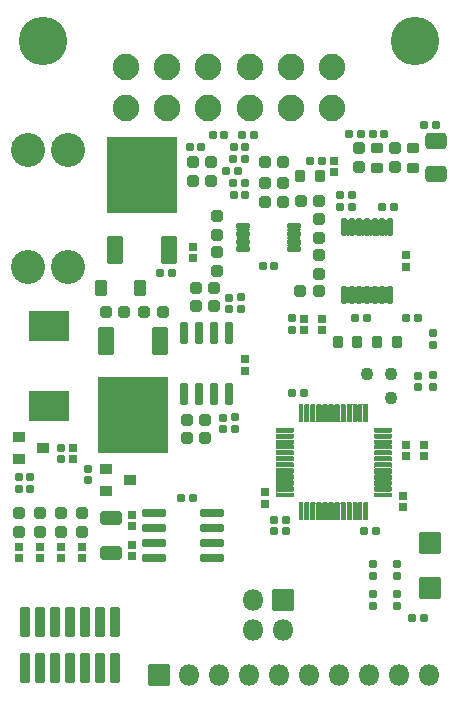
<source format=gts>
G04 #@! TF.GenerationSoftware,KiCad,Pcbnew,6.0.4-6f826c9f35~116~ubuntu18.04.1*
G04 #@! TF.CreationDate,2022-04-10T17:08:25+03:00*
G04 #@! TF.ProjectId,wideband_controller,77696465-6261-46e6-945f-636f6e74726f,rev?*
G04 #@! TF.SameCoordinates,Original*
G04 #@! TF.FileFunction,Soldermask,Top*
G04 #@! TF.FilePolarity,Negative*
%FSLAX46Y46*%
G04 Gerber Fmt 4.6, Leading zero omitted, Abs format (unit mm)*
G04 Created by KiCad (PCBNEW 6.0.4-6f826c9f35~116~ubuntu18.04.1) date 2022-04-10 17:08:25*
%MOMM*%
%LPD*%
G01*
G04 APERTURE LIST*
G04 Aperture macros list*
%AMRoundRect*
0 Rectangle with rounded corners*
0 $1 Rounding radius*
0 $2 $3 $4 $5 $6 $7 $8 $9 X,Y pos of 4 corners*
0 Add a 4 corners polygon primitive as box body*
4,1,4,$2,$3,$4,$5,$6,$7,$8,$9,$2,$3,0*
0 Add four circle primitives for the rounded corners*
1,1,$1+$1,$2,$3*
1,1,$1+$1,$4,$5*
1,1,$1+$1,$6,$7*
1,1,$1+$1,$8,$9*
0 Add four rect primitives between the rounded corners*
20,1,$1+$1,$2,$3,$4,$5,0*
20,1,$1+$1,$4,$5,$6,$7,0*
20,1,$1+$1,$6,$7,$8,$9,0*
20,1,$1+$1,$8,$9,$2,$3,0*%
G04 Aperture macros list end*
%ADD10C,4.098000*%
%ADD11C,2.248000*%
%ADD12RoundRect,0.267750X-0.218750X-0.256250X0.218750X-0.256250X0.218750X0.256250X-0.218750X0.256250X0*%
%ADD13RoundRect,0.267750X0.256250X-0.218750X0.256250X0.218750X-0.256250X0.218750X-0.256250X-0.218750X0*%
%ADD14RoundRect,0.267750X-0.256250X0.218750X-0.256250X-0.218750X0.256250X-0.218750X0.256250X0.218750X0*%
%ADD15RoundRect,0.049000X-0.450000X-0.400000X0.450000X-0.400000X0.450000X0.400000X-0.450000X0.400000X0*%
%ADD16RoundRect,0.196500X-0.147500X-0.172500X0.147500X-0.172500X0.147500X0.172500X-0.147500X0.172500X0*%
%ADD17RoundRect,0.267750X0.218750X0.256250X-0.218750X0.256250X-0.218750X-0.256250X0.218750X-0.256250X0*%
%ADD18RoundRect,0.049000X0.850000X0.850000X-0.850000X0.850000X-0.850000X-0.850000X0.850000X-0.850000X0*%
%ADD19RoundRect,0.049000X-1.650000X-1.250000X1.650000X-1.250000X1.650000X1.250000X-1.650000X1.250000X0*%
%ADD20RoundRect,0.196500X-0.172500X0.147500X-0.172500X-0.147500X0.172500X-0.147500X0.172500X0.147500X0*%
%ADD21RoundRect,0.189000X0.140000X0.170000X-0.140000X0.170000X-0.140000X-0.170000X0.140000X-0.170000X0*%
%ADD22RoundRect,0.196500X0.147500X0.172500X-0.147500X0.172500X-0.147500X-0.172500X0.147500X-0.172500X0*%
%ADD23RoundRect,0.189000X-0.170000X0.140000X-0.170000X-0.140000X0.170000X-0.140000X0.170000X0.140000X0*%
%ADD24RoundRect,0.196500X0.172500X-0.147500X0.172500X0.147500X-0.172500X0.147500X-0.172500X-0.147500X0*%
%ADD25RoundRect,0.249000X0.200000X0.275000X-0.200000X0.275000X-0.200000X-0.275000X0.200000X-0.275000X0*%
%ADD26RoundRect,0.299000X-0.625000X0.375000X-0.625000X-0.375000X0.625000X-0.375000X0.625000X0.375000X0*%
%ADD27RoundRect,0.184000X0.185000X-0.135000X0.185000X0.135000X-0.185000X0.135000X-0.185000X-0.135000X0*%
%ADD28RoundRect,0.184000X-0.185000X0.135000X-0.185000X-0.135000X0.185000X-0.135000X0.185000X0.135000X0*%
%ADD29RoundRect,0.249000X-0.200000X-0.275000X0.200000X-0.275000X0.200000X0.275000X-0.200000X0.275000X0*%
%ADD30RoundRect,0.189000X0.170000X-0.140000X0.170000X0.140000X-0.170000X0.140000X-0.170000X-0.140000X0*%
%ADD31RoundRect,0.189000X-0.140000X-0.170000X0.140000X-0.170000X0.140000X0.170000X-0.140000X0.170000X0*%
%ADD32C,2.878000*%
%ADD33RoundRect,0.049000X0.600000X-1.100000X0.600000X1.100000X-0.600000X1.100000X-0.600000X-1.100000X0*%
%ADD34RoundRect,0.049000X2.900000X-3.200000X2.900000X3.200000X-2.900000X3.200000X-2.900000X-3.200000X0*%
%ADD35RoundRect,0.049000X0.370000X-1.200000X0.370000X1.200000X-0.370000X1.200000X-0.370000X-1.200000X0*%
%ADD36RoundRect,0.124000X0.662500X0.075000X-0.662500X0.075000X-0.662500X-0.075000X0.662500X-0.075000X0*%
%ADD37RoundRect,0.124000X0.075000X0.662500X-0.075000X0.662500X-0.075000X-0.662500X0.075000X-0.662500X0*%
%ADD38RoundRect,0.049000X-0.850000X0.850000X-0.850000X-0.850000X0.850000X-0.850000X0.850000X0.850000X0*%
%ADD39O,1.798000X1.798000*%
%ADD40RoundRect,0.199000X0.825000X0.150000X-0.825000X0.150000X-0.825000X-0.150000X0.825000X-0.150000X0*%
%ADD41RoundRect,0.049000X0.850000X-0.850000X0.850000X0.850000X-0.850000X0.850000X-0.850000X-0.850000X0*%
%ADD42RoundRect,0.049000X-0.600000X1.100000X-0.600000X-1.100000X0.600000X-1.100000X0.600000X1.100000X0*%
%ADD43RoundRect,0.049000X-2.900000X3.200000X-2.900000X-3.200000X2.900000X-3.200000X2.900000X3.200000X0*%
%ADD44RoundRect,0.199000X0.150000X-0.725000X0.150000X0.725000X-0.150000X0.725000X-0.150000X-0.725000X0*%
%ADD45RoundRect,0.184000X-0.135000X-0.185000X0.135000X-0.185000X0.135000X0.185000X-0.135000X0.185000X0*%
%ADD46RoundRect,0.184000X0.135000X0.185000X-0.135000X0.185000X-0.135000X-0.185000X0.135000X-0.185000X0*%
%ADD47RoundRect,0.049000X-0.550000X-0.200000X0.550000X-0.200000X0.550000X0.200000X-0.550000X0.200000X0*%
%ADD48RoundRect,0.149000X-0.100000X0.637500X-0.100000X-0.637500X0.100000X-0.637500X0.100000X0.637500X0*%
%ADD49RoundRect,0.049000X0.450000X0.600000X-0.450000X0.600000X-0.450000X-0.600000X0.450000X-0.600000X0*%
%ADD50C,1.098000*%
%ADD51RoundRect,0.299000X0.625000X-0.312500X0.625000X0.312500X-0.625000X0.312500X-0.625000X-0.312500X0*%
%ADD52RoundRect,0.249000X-0.275000X0.200000X-0.275000X-0.200000X0.275000X-0.200000X0.275000X0.200000X0*%
G04 APERTURE END LIST*
D10*
X142750000Y-57800000D03*
X111250000Y-57800000D03*
D11*
X135750000Y-63500000D03*
X132250000Y-63500000D03*
X128750000Y-63500000D03*
X125250000Y-63500000D03*
X121750000Y-63500000D03*
X118250000Y-63500000D03*
X135750000Y-60000000D03*
X132250000Y-60000000D03*
X128750000Y-60000000D03*
X125250000Y-60000000D03*
X121750000Y-60000000D03*
X118250000Y-60000000D03*
D12*
X133045000Y-78994000D03*
X134620000Y-78994000D03*
D13*
X130048000Y-71399500D03*
X130048000Y-69824500D03*
D14*
X126025000Y-75707500D03*
X126025000Y-77282500D03*
D15*
X109220000Y-91318000D03*
X109220000Y-93218000D03*
X111220000Y-92268000D03*
D16*
X123698000Y-66802000D03*
X124668000Y-66802000D03*
D17*
X124993500Y-89916000D03*
X123418500Y-89916000D03*
D12*
X123418500Y-91440000D03*
X124993500Y-91440000D03*
D18*
X144018000Y-100330000D03*
D19*
X111760000Y-81944000D03*
X111760000Y-88744000D03*
D20*
X143510000Y-91971000D03*
X143510000Y-92941000D03*
D21*
X144498000Y-64897000D03*
X143538000Y-64897000D03*
D22*
X130828000Y-76835000D03*
X129858000Y-76835000D03*
D20*
X141986000Y-91971000D03*
X141986000Y-92941000D03*
D23*
X131826000Y-98326000D03*
X131826000Y-99286000D03*
D20*
X141986000Y-75946000D03*
X141986000Y-76916000D03*
D12*
X124180500Y-80264000D03*
X125755500Y-80264000D03*
D16*
X136421000Y-70866000D03*
X137391000Y-70866000D03*
D21*
X138656000Y-81280000D03*
X137696000Y-81280000D03*
D16*
X133904000Y-67945000D03*
X134874000Y-67945000D03*
X136421000Y-71882000D03*
X137391000Y-71882000D03*
D24*
X133350000Y-82273000D03*
X133350000Y-81303000D03*
D13*
X109220000Y-99339500D03*
X109220000Y-97764500D03*
D25*
X137858000Y-83312000D03*
X136208000Y-83312000D03*
D26*
X144526000Y-66291000D03*
X144526000Y-69091000D03*
D20*
X123952000Y-75230000D03*
X123952000Y-76200000D03*
D13*
X123952000Y-69621500D03*
X123952000Y-68046500D03*
D16*
X121181000Y-77470000D03*
X122151000Y-77470000D03*
D20*
X114554000Y-100607000D03*
X114554000Y-101577000D03*
D13*
X125476000Y-69621500D03*
X125476000Y-68046500D03*
D16*
X142517000Y-106680000D03*
X143487000Y-106680000D03*
D27*
X132334000Y-82298000D03*
X132334000Y-81278000D03*
D14*
X141097000Y-66903500D03*
X141097000Y-68478500D03*
D16*
X125626000Y-65786000D03*
X126596000Y-65786000D03*
D17*
X125755500Y-78740000D03*
X124180500Y-78740000D03*
X131597500Y-68072000D03*
X130022500Y-68072000D03*
D28*
X128016000Y-79500000D03*
X128016000Y-80520000D03*
D29*
X133033000Y-69215000D03*
X134683000Y-69215000D03*
D13*
X131572000Y-71399500D03*
X131572000Y-69824500D03*
X138049000Y-68478500D03*
X138049000Y-66903500D03*
D16*
X109227000Y-94742000D03*
X110197000Y-94742000D03*
D20*
X128397000Y-84739250D03*
X128397000Y-85709250D03*
D12*
X119837000Y-80772000D03*
X121412000Y-80772000D03*
D17*
X118135500Y-80772000D03*
X116560500Y-80772000D03*
D23*
X115062000Y-94008000D03*
X115062000Y-94968000D03*
X112760000Y-92230000D03*
X112760000Y-93190000D03*
D20*
X113792000Y-92225000D03*
X113792000Y-93195000D03*
D16*
X139192000Y-65659000D03*
X140162000Y-65659000D03*
D30*
X127000000Y-80490000D03*
X127000000Y-79530000D03*
D13*
X112776000Y-99339500D03*
X112776000Y-97764500D03*
D31*
X109204000Y-95758000D03*
X110164000Y-95758000D03*
D13*
X110998000Y-99339500D03*
X110998000Y-97764500D03*
D32*
X109982000Y-76962000D03*
X113382000Y-76962000D03*
X113382000Y-67042000D03*
X109982000Y-67042000D03*
D24*
X134874000Y-82273000D03*
X134874000Y-81303000D03*
D14*
X126025000Y-72659500D03*
X126025000Y-74234500D03*
D17*
X134645500Y-71374000D03*
X133070500Y-71374000D03*
D24*
X112776000Y-101577000D03*
X112776000Y-100607000D03*
D20*
X135890000Y-67968000D03*
X135890000Y-68938000D03*
D14*
X114554000Y-97764500D03*
X114554000Y-99339500D03*
D13*
X134620000Y-74447500D03*
X134620000Y-72872500D03*
D33*
X117353000Y-75491000D03*
D34*
X119633000Y-69191000D03*
D33*
X121913000Y-75491000D03*
D24*
X110998000Y-101577000D03*
X110998000Y-100607000D03*
D25*
X141223000Y-83312000D03*
X139573000Y-83312000D03*
D35*
X109728000Y-110916000D03*
X109728000Y-107016000D03*
X110998000Y-110916000D03*
X110998000Y-107016000D03*
X112268000Y-110916000D03*
X112268000Y-107016000D03*
X113538000Y-110916000D03*
X113538000Y-107016000D03*
X114808000Y-110916000D03*
X114808000Y-107016000D03*
X116078000Y-110916000D03*
X116078000Y-107016000D03*
X117348000Y-110916000D03*
X117348000Y-107016000D03*
D36*
X140052500Y-96222000D03*
X140052500Y-95722000D03*
X140052500Y-95222000D03*
X140052500Y-94722000D03*
X140052500Y-94222000D03*
X140052500Y-93722000D03*
X140052500Y-93222000D03*
X140052500Y-92722000D03*
X140052500Y-92222000D03*
X140052500Y-91722000D03*
X140052500Y-91222000D03*
X140052500Y-90722000D03*
D37*
X138640000Y-89309500D03*
X138140000Y-89309500D03*
X137640000Y-89309500D03*
X137140000Y-89309500D03*
X136640000Y-89309500D03*
X136140000Y-89309500D03*
X135640000Y-89309500D03*
X135140000Y-89309500D03*
X134640000Y-89309500D03*
X134140000Y-89309500D03*
X133640000Y-89309500D03*
X133140000Y-89309500D03*
D36*
X131727500Y-90722000D03*
X131727500Y-91222000D03*
X131727500Y-91722000D03*
X131727500Y-92222000D03*
X131727500Y-92722000D03*
X131727500Y-93222000D03*
X131727500Y-93722000D03*
X131727500Y-94222000D03*
X131727500Y-94722000D03*
X131727500Y-95222000D03*
X131727500Y-95722000D03*
X131727500Y-96222000D03*
D37*
X133140000Y-97634500D03*
X133640000Y-97634500D03*
X134140000Y-97634500D03*
X134640000Y-97634500D03*
X135140000Y-97634500D03*
X135640000Y-97634500D03*
X136140000Y-97634500D03*
X136640000Y-97634500D03*
X137140000Y-97634500D03*
X137640000Y-97634500D03*
X138140000Y-97634500D03*
X138640000Y-97634500D03*
D16*
X132357000Y-87630000D03*
X133327000Y-87630000D03*
D24*
X130048000Y-96982000D03*
X130048000Y-96012000D03*
D22*
X139423000Y-99314000D03*
X138453000Y-99314000D03*
D20*
X141732000Y-96289000D03*
X141732000Y-97259000D03*
D23*
X126492000Y-89690000D03*
X126492000Y-90650000D03*
D27*
X127508000Y-90680000D03*
X127508000Y-89660000D03*
D22*
X123952000Y-96520000D03*
X122982000Y-96520000D03*
D24*
X118807000Y-101450000D03*
X118807000Y-100480000D03*
X118807000Y-98910000D03*
X118807000Y-97940000D03*
D38*
X131572000Y-105156000D03*
D39*
X131572000Y-107696000D03*
X129032000Y-105156000D03*
X129032000Y-107696000D03*
D24*
X109220000Y-101577000D03*
X109220000Y-100607000D03*
D40*
X125600000Y-101600000D03*
X125600000Y-100330000D03*
X125600000Y-99060000D03*
X125600000Y-97790000D03*
X120650000Y-97790000D03*
X120650000Y-99060000D03*
X120650000Y-100330000D03*
X120650000Y-101600000D03*
D41*
X121056400Y-111455200D03*
D39*
X123596400Y-111455200D03*
X126136400Y-111455200D03*
X128676400Y-111455200D03*
X131216400Y-111455200D03*
X133756400Y-111455200D03*
X136296400Y-111455200D03*
X138836400Y-111455200D03*
X141376400Y-111455200D03*
X143916400Y-111455200D03*
D42*
X121152000Y-83176000D03*
D43*
X118872000Y-89476000D03*
D42*
X116592000Y-83176000D03*
D18*
X144018000Y-104140000D03*
D44*
X123190000Y-87695250D03*
X124460000Y-87695250D03*
X125730000Y-87695250D03*
X127000000Y-87695250D03*
X127000000Y-82545250D03*
X125730000Y-82545250D03*
X124460000Y-82545250D03*
X123190000Y-82545250D03*
D28*
X139192000Y-104646000D03*
X139192000Y-105666000D03*
X141224000Y-104646000D03*
X141224000Y-105666000D03*
D23*
X130810000Y-98326000D03*
X130810000Y-99286000D03*
D13*
X134620000Y-77495500D03*
X134620000Y-75920500D03*
D15*
X116602000Y-94046000D03*
X116602000Y-95946000D03*
X118602000Y-94996000D03*
D45*
X127379000Y-67818000D03*
X128399000Y-67818000D03*
D21*
X128369000Y-70866000D03*
X127409000Y-70866000D03*
D28*
X144272000Y-82548000D03*
X144272000Y-83568000D03*
D45*
X139952000Y-71882000D03*
X140972000Y-71882000D03*
D46*
X143004000Y-81280000D03*
X141984000Y-81280000D03*
D27*
X141224000Y-103126000D03*
X141224000Y-102106000D03*
D46*
X129161000Y-65786000D03*
X128141000Y-65786000D03*
D27*
X139192000Y-103126000D03*
X139192000Y-102106000D03*
D21*
X128369000Y-66802000D03*
X127409000Y-66802000D03*
D47*
X128193000Y-73488000D03*
X128193000Y-74138000D03*
X128193000Y-74788000D03*
X128193000Y-75438000D03*
X132493000Y-75438000D03*
X132493000Y-74788000D03*
X132493000Y-74138000D03*
X132493000Y-73488000D03*
D23*
X143002000Y-86134000D03*
X143002000Y-87094000D03*
D45*
X126744000Y-68834000D03*
X127764000Y-68834000D03*
D48*
X140634000Y-73591500D03*
X139984000Y-73591500D03*
X139334000Y-73591500D03*
X138684000Y-73591500D03*
X138034000Y-73591500D03*
X137384000Y-73591500D03*
X136734000Y-73591500D03*
X136734000Y-79316500D03*
X137384000Y-79316500D03*
X138034000Y-79316500D03*
X138684000Y-79316500D03*
X139334000Y-79316500D03*
X139984000Y-79316500D03*
X140634000Y-79316500D03*
D46*
X138178000Y-65659000D03*
X137158000Y-65659000D03*
D49*
X119506000Y-78740000D03*
X116206000Y-78740000D03*
D50*
X138684000Y-85979000D03*
D51*
X117029000Y-101157500D03*
X117029000Y-98232500D03*
D52*
X139573000Y-66866000D03*
X139573000Y-68516000D03*
D45*
X127379000Y-69850000D03*
X128399000Y-69850000D03*
D50*
X140716000Y-85979000D03*
X140716000Y-88011000D03*
D52*
X142621000Y-66866000D03*
X142621000Y-68516000D03*
D27*
X144272000Y-87124000D03*
X144272000Y-86104000D03*
G36*
X136312975Y-96896302D02*
G01*
X136356118Y-96930312D01*
X136416573Y-96932686D01*
X136463914Y-96901054D01*
X136465910Y-96900923D01*
X136467021Y-96902586D01*
X136466688Y-96903828D01*
X136452324Y-96925326D01*
X136443000Y-96972199D01*
X136443000Y-98296801D01*
X136452324Y-98343674D01*
X136469926Y-98370016D01*
X136470057Y-98372012D01*
X136468394Y-98373123D01*
X136467025Y-98372698D01*
X136423882Y-98338688D01*
X136363427Y-98336314D01*
X136316086Y-98367946D01*
X136314090Y-98368077D01*
X136312979Y-98366414D01*
X136313312Y-98365172D01*
X136327676Y-98343674D01*
X136337000Y-98296801D01*
X136337000Y-96972199D01*
X136327676Y-96925326D01*
X136310074Y-96898984D01*
X136309943Y-96896988D01*
X136311606Y-96895877D01*
X136312975Y-96896302D01*
G37*
G36*
X133812975Y-96896302D02*
G01*
X133856118Y-96930312D01*
X133916573Y-96932686D01*
X133963914Y-96901054D01*
X133965910Y-96900923D01*
X133967021Y-96902586D01*
X133966688Y-96903828D01*
X133952324Y-96925326D01*
X133943000Y-96972199D01*
X133943000Y-98296801D01*
X133952324Y-98343674D01*
X133969926Y-98370016D01*
X133970057Y-98372012D01*
X133968394Y-98373123D01*
X133967025Y-98372698D01*
X133923882Y-98338688D01*
X133863427Y-98336314D01*
X133816086Y-98367946D01*
X133814090Y-98368077D01*
X133812979Y-98366414D01*
X133813312Y-98365172D01*
X133827676Y-98343674D01*
X133837000Y-98296801D01*
X133837000Y-96972199D01*
X133827676Y-96925326D01*
X133810074Y-96898984D01*
X133809943Y-96896988D01*
X133811606Y-96895877D01*
X133812975Y-96896302D01*
G37*
G36*
X135812975Y-96896302D02*
G01*
X135856118Y-96930312D01*
X135916573Y-96932686D01*
X135963914Y-96901054D01*
X135965910Y-96900923D01*
X135967021Y-96902586D01*
X135966688Y-96903828D01*
X135952324Y-96925326D01*
X135943000Y-96972199D01*
X135943000Y-98296801D01*
X135952324Y-98343674D01*
X135969926Y-98370016D01*
X135970057Y-98372012D01*
X135968394Y-98373123D01*
X135967025Y-98372698D01*
X135923882Y-98338688D01*
X135863427Y-98336314D01*
X135816086Y-98367946D01*
X135814090Y-98368077D01*
X135812979Y-98366414D01*
X135813312Y-98365172D01*
X135827676Y-98343674D01*
X135837000Y-98296801D01*
X135837000Y-96972199D01*
X135827676Y-96925326D01*
X135810074Y-96898984D01*
X135809943Y-96896988D01*
X135811606Y-96895877D01*
X135812975Y-96896302D01*
G37*
G36*
X136812975Y-96896302D02*
G01*
X136856118Y-96930312D01*
X136916573Y-96932686D01*
X136963914Y-96901054D01*
X136965910Y-96900923D01*
X136967021Y-96902586D01*
X136966688Y-96903828D01*
X136952324Y-96925326D01*
X136943000Y-96972199D01*
X136943000Y-98296801D01*
X136952324Y-98343674D01*
X136969926Y-98370016D01*
X136970057Y-98372012D01*
X136968394Y-98373123D01*
X136967025Y-98372698D01*
X136923882Y-98338688D01*
X136863427Y-98336314D01*
X136816086Y-98367946D01*
X136814090Y-98368077D01*
X136812979Y-98366414D01*
X136813312Y-98365172D01*
X136827676Y-98343674D01*
X136837000Y-98296801D01*
X136837000Y-96972199D01*
X136827676Y-96925326D01*
X136810074Y-96898984D01*
X136809943Y-96896988D01*
X136811606Y-96895877D01*
X136812975Y-96896302D01*
G37*
G36*
X135312975Y-96896302D02*
G01*
X135356118Y-96930312D01*
X135416573Y-96932686D01*
X135463914Y-96901054D01*
X135465910Y-96900923D01*
X135467021Y-96902586D01*
X135466688Y-96903828D01*
X135452324Y-96925326D01*
X135443000Y-96972199D01*
X135443000Y-98296801D01*
X135452324Y-98343674D01*
X135469926Y-98370016D01*
X135470057Y-98372012D01*
X135468394Y-98373123D01*
X135467025Y-98372698D01*
X135423882Y-98338688D01*
X135363427Y-98336314D01*
X135316086Y-98367946D01*
X135314090Y-98368077D01*
X135312979Y-98366414D01*
X135313312Y-98365172D01*
X135327676Y-98343674D01*
X135337000Y-98296801D01*
X135337000Y-96972199D01*
X135327676Y-96925326D01*
X135310074Y-96898984D01*
X135309943Y-96896988D01*
X135311606Y-96895877D01*
X135312975Y-96896302D01*
G37*
G36*
X137312975Y-96896302D02*
G01*
X137356118Y-96930312D01*
X137416573Y-96932686D01*
X137463914Y-96901054D01*
X137465910Y-96900923D01*
X137467021Y-96902586D01*
X137466688Y-96903828D01*
X137452324Y-96925326D01*
X137443000Y-96972199D01*
X137443000Y-98296801D01*
X137452324Y-98343674D01*
X137469926Y-98370016D01*
X137470057Y-98372012D01*
X137468394Y-98373123D01*
X137467025Y-98372698D01*
X137423882Y-98338688D01*
X137363427Y-98336314D01*
X137316086Y-98367946D01*
X137314090Y-98368077D01*
X137312979Y-98366414D01*
X137313312Y-98365172D01*
X137327676Y-98343674D01*
X137337000Y-98296801D01*
X137337000Y-96972199D01*
X137327676Y-96925326D01*
X137310074Y-96898984D01*
X137309943Y-96896988D01*
X137311606Y-96895877D01*
X137312975Y-96896302D01*
G37*
G36*
X134312975Y-96896302D02*
G01*
X134356118Y-96930312D01*
X134416573Y-96932686D01*
X134463914Y-96901054D01*
X134465910Y-96900923D01*
X134467021Y-96902586D01*
X134466688Y-96903828D01*
X134452324Y-96925326D01*
X134443000Y-96972199D01*
X134443000Y-98296801D01*
X134452324Y-98343674D01*
X134469926Y-98370016D01*
X134470057Y-98372012D01*
X134468394Y-98373123D01*
X134467025Y-98372698D01*
X134423882Y-98338688D01*
X134363427Y-98336314D01*
X134316086Y-98367946D01*
X134314090Y-98368077D01*
X134312979Y-98366414D01*
X134313312Y-98365172D01*
X134327676Y-98343674D01*
X134337000Y-98296801D01*
X134337000Y-96972199D01*
X134327676Y-96925326D01*
X134310074Y-96898984D01*
X134309943Y-96896988D01*
X134311606Y-96895877D01*
X134312975Y-96896302D01*
G37*
G36*
X133312975Y-96896302D02*
G01*
X133356118Y-96930312D01*
X133416573Y-96932686D01*
X133463914Y-96901054D01*
X133465910Y-96900923D01*
X133467021Y-96902586D01*
X133466688Y-96903828D01*
X133452324Y-96925326D01*
X133443000Y-96972199D01*
X133443000Y-98296801D01*
X133452324Y-98343674D01*
X133469926Y-98370016D01*
X133470057Y-98372012D01*
X133468394Y-98373123D01*
X133467025Y-98372698D01*
X133423882Y-98338688D01*
X133363427Y-98336314D01*
X133316086Y-98367946D01*
X133314090Y-98368077D01*
X133312979Y-98366414D01*
X133313312Y-98365172D01*
X133327676Y-98343674D01*
X133337000Y-98296801D01*
X133337000Y-96972199D01*
X133327676Y-96925326D01*
X133310074Y-96898984D01*
X133309943Y-96896988D01*
X133311606Y-96895877D01*
X133312975Y-96896302D01*
G37*
G36*
X134812975Y-96896302D02*
G01*
X134856118Y-96930312D01*
X134916573Y-96932686D01*
X134963914Y-96901054D01*
X134965910Y-96900923D01*
X134967021Y-96902586D01*
X134966688Y-96903828D01*
X134952324Y-96925326D01*
X134943000Y-96972199D01*
X134943000Y-98296801D01*
X134952324Y-98343674D01*
X134969926Y-98370016D01*
X134970057Y-98372012D01*
X134968394Y-98373123D01*
X134967025Y-98372698D01*
X134923882Y-98338688D01*
X134863427Y-98336314D01*
X134816086Y-98367946D01*
X134814090Y-98368077D01*
X134812979Y-98366414D01*
X134813312Y-98365172D01*
X134827676Y-98343674D01*
X134837000Y-98296801D01*
X134837000Y-96972199D01*
X134827676Y-96925326D01*
X134810074Y-96898984D01*
X134809943Y-96896988D01*
X134811606Y-96895877D01*
X134812975Y-96896302D01*
G37*
G36*
X138312975Y-96896302D02*
G01*
X138356118Y-96930312D01*
X138416573Y-96932686D01*
X138463914Y-96901054D01*
X138465910Y-96900923D01*
X138467021Y-96902586D01*
X138466688Y-96903828D01*
X138452324Y-96925326D01*
X138443000Y-96972199D01*
X138443000Y-98296801D01*
X138452324Y-98343674D01*
X138469926Y-98370016D01*
X138470057Y-98372012D01*
X138468394Y-98373123D01*
X138467025Y-98372698D01*
X138423882Y-98338688D01*
X138363427Y-98336314D01*
X138316086Y-98367946D01*
X138314090Y-98368077D01*
X138312979Y-98366414D01*
X138313312Y-98365172D01*
X138327676Y-98343674D01*
X138337000Y-98296801D01*
X138337000Y-96972199D01*
X138327676Y-96925326D01*
X138310074Y-96898984D01*
X138309943Y-96896988D01*
X138311606Y-96895877D01*
X138312975Y-96896302D01*
G37*
G36*
X137812975Y-96896302D02*
G01*
X137856118Y-96930312D01*
X137916573Y-96932686D01*
X137963914Y-96901054D01*
X137965910Y-96900923D01*
X137967021Y-96902586D01*
X137966688Y-96903828D01*
X137952324Y-96925326D01*
X137943000Y-96972199D01*
X137943000Y-98296801D01*
X137952324Y-98343674D01*
X137969926Y-98370016D01*
X137970057Y-98372012D01*
X137968394Y-98373123D01*
X137967025Y-98372698D01*
X137923882Y-98338688D01*
X137863427Y-98336314D01*
X137816086Y-98367946D01*
X137814090Y-98368077D01*
X137812979Y-98366414D01*
X137813312Y-98365172D01*
X137827676Y-98343674D01*
X137837000Y-98296801D01*
X137837000Y-96972199D01*
X137827676Y-96925326D01*
X137810074Y-96898984D01*
X137809943Y-96896988D01*
X137811606Y-96895877D01*
X137812975Y-96896302D01*
G37*
G36*
X140791123Y-95893606D02*
G01*
X140790698Y-95894975D01*
X140756688Y-95938118D01*
X140754314Y-95998573D01*
X140785946Y-96045914D01*
X140786077Y-96047910D01*
X140784414Y-96049021D01*
X140783172Y-96048688D01*
X140761674Y-96034324D01*
X140714801Y-96025000D01*
X139390199Y-96025000D01*
X139343326Y-96034324D01*
X139316984Y-96051926D01*
X139314988Y-96052057D01*
X139313877Y-96050394D01*
X139314302Y-96049025D01*
X139348312Y-96005882D01*
X139350686Y-95945427D01*
X139319054Y-95898086D01*
X139318923Y-95896090D01*
X139320586Y-95894979D01*
X139321828Y-95895312D01*
X139343326Y-95909676D01*
X139390199Y-95919000D01*
X140714801Y-95919000D01*
X140761674Y-95909676D01*
X140788016Y-95892074D01*
X140790012Y-95891943D01*
X140791123Y-95893606D01*
G37*
G36*
X132466123Y-95893606D02*
G01*
X132465698Y-95894975D01*
X132431688Y-95938118D01*
X132429314Y-95998573D01*
X132460946Y-96045914D01*
X132461077Y-96047910D01*
X132459414Y-96049021D01*
X132458172Y-96048688D01*
X132436674Y-96034324D01*
X132389801Y-96025000D01*
X131065199Y-96025000D01*
X131018326Y-96034324D01*
X130991984Y-96051926D01*
X130989988Y-96052057D01*
X130988877Y-96050394D01*
X130989302Y-96049025D01*
X131023312Y-96005882D01*
X131025686Y-95945427D01*
X130994054Y-95898086D01*
X130993923Y-95896090D01*
X130995586Y-95894979D01*
X130996828Y-95895312D01*
X131018326Y-95909676D01*
X131065199Y-95919000D01*
X132389801Y-95919000D01*
X132436674Y-95909676D01*
X132463016Y-95892074D01*
X132465012Y-95891943D01*
X132466123Y-95893606D01*
G37*
G36*
X140791123Y-95393606D02*
G01*
X140790698Y-95394975D01*
X140756688Y-95438118D01*
X140754314Y-95498573D01*
X140785946Y-95545914D01*
X140786077Y-95547910D01*
X140784414Y-95549021D01*
X140783172Y-95548688D01*
X140761674Y-95534324D01*
X140714801Y-95525000D01*
X139390199Y-95525000D01*
X139343326Y-95534324D01*
X139316984Y-95551926D01*
X139314988Y-95552057D01*
X139313877Y-95550394D01*
X139314302Y-95549025D01*
X139348312Y-95505882D01*
X139350686Y-95445427D01*
X139319054Y-95398086D01*
X139318923Y-95396090D01*
X139320586Y-95394979D01*
X139321828Y-95395312D01*
X139343326Y-95409676D01*
X139390199Y-95419000D01*
X140714801Y-95419000D01*
X140761674Y-95409676D01*
X140788016Y-95392074D01*
X140790012Y-95391943D01*
X140791123Y-95393606D01*
G37*
G36*
X132466123Y-95393606D02*
G01*
X132465698Y-95394975D01*
X132431688Y-95438118D01*
X132429314Y-95498573D01*
X132460946Y-95545914D01*
X132461077Y-95547910D01*
X132459414Y-95549021D01*
X132458172Y-95548688D01*
X132436674Y-95534324D01*
X132389801Y-95525000D01*
X131065199Y-95525000D01*
X131018326Y-95534324D01*
X130991984Y-95551926D01*
X130989988Y-95552057D01*
X130988877Y-95550394D01*
X130989302Y-95549025D01*
X131023312Y-95505882D01*
X131025686Y-95445427D01*
X130994054Y-95398086D01*
X130993923Y-95396090D01*
X130995586Y-95394979D01*
X130996828Y-95395312D01*
X131018326Y-95409676D01*
X131065199Y-95419000D01*
X132389801Y-95419000D01*
X132436674Y-95409676D01*
X132463016Y-95392074D01*
X132465012Y-95391943D01*
X132466123Y-95393606D01*
G37*
G36*
X140791123Y-94893606D02*
G01*
X140790698Y-94894975D01*
X140756688Y-94938118D01*
X140754314Y-94998573D01*
X140785946Y-95045914D01*
X140786077Y-95047910D01*
X140784414Y-95049021D01*
X140783172Y-95048688D01*
X140761674Y-95034324D01*
X140714801Y-95025000D01*
X139390199Y-95025000D01*
X139343326Y-95034324D01*
X139316984Y-95051926D01*
X139314988Y-95052057D01*
X139313877Y-95050394D01*
X139314302Y-95049025D01*
X139348312Y-95005882D01*
X139350686Y-94945427D01*
X139319054Y-94898086D01*
X139318923Y-94896090D01*
X139320586Y-94894979D01*
X139321828Y-94895312D01*
X139343326Y-94909676D01*
X139390199Y-94919000D01*
X140714801Y-94919000D01*
X140761674Y-94909676D01*
X140788016Y-94892074D01*
X140790012Y-94891943D01*
X140791123Y-94893606D01*
G37*
G36*
X132466123Y-94893606D02*
G01*
X132465698Y-94894975D01*
X132431688Y-94938118D01*
X132429314Y-94998573D01*
X132460946Y-95045914D01*
X132461077Y-95047910D01*
X132459414Y-95049021D01*
X132458172Y-95048688D01*
X132436674Y-95034324D01*
X132389801Y-95025000D01*
X131065199Y-95025000D01*
X131018326Y-95034324D01*
X130991984Y-95051926D01*
X130989988Y-95052057D01*
X130988877Y-95050394D01*
X130989302Y-95049025D01*
X131023312Y-95005882D01*
X131025686Y-94945427D01*
X130994054Y-94898086D01*
X130993923Y-94896090D01*
X130995586Y-94894979D01*
X130996828Y-94895312D01*
X131018326Y-94909676D01*
X131065199Y-94919000D01*
X132389801Y-94919000D01*
X132436674Y-94909676D01*
X132463016Y-94892074D01*
X132465012Y-94891943D01*
X132466123Y-94893606D01*
G37*
G36*
X140791123Y-94393606D02*
G01*
X140790698Y-94394975D01*
X140756688Y-94438118D01*
X140754314Y-94498573D01*
X140785946Y-94545914D01*
X140786077Y-94547910D01*
X140784414Y-94549021D01*
X140783172Y-94548688D01*
X140761674Y-94534324D01*
X140714801Y-94525000D01*
X139390199Y-94525000D01*
X139343326Y-94534324D01*
X139316984Y-94551926D01*
X139314988Y-94552057D01*
X139313877Y-94550394D01*
X139314302Y-94549025D01*
X139348312Y-94505882D01*
X139350686Y-94445427D01*
X139319054Y-94398086D01*
X139318923Y-94396090D01*
X139320586Y-94394979D01*
X139321828Y-94395312D01*
X139343326Y-94409676D01*
X139390199Y-94419000D01*
X140714801Y-94419000D01*
X140761674Y-94409676D01*
X140788016Y-94392074D01*
X140790012Y-94391943D01*
X140791123Y-94393606D01*
G37*
G36*
X132466123Y-94393606D02*
G01*
X132465698Y-94394975D01*
X132431688Y-94438118D01*
X132429314Y-94498573D01*
X132460946Y-94545914D01*
X132461077Y-94547910D01*
X132459414Y-94549021D01*
X132458172Y-94548688D01*
X132436674Y-94534324D01*
X132389801Y-94525000D01*
X131065199Y-94525000D01*
X131018326Y-94534324D01*
X130991984Y-94551926D01*
X130989988Y-94552057D01*
X130988877Y-94550394D01*
X130989302Y-94549025D01*
X131023312Y-94505882D01*
X131025686Y-94445427D01*
X130994054Y-94398086D01*
X130993923Y-94396090D01*
X130995586Y-94394979D01*
X130996828Y-94395312D01*
X131018326Y-94409676D01*
X131065199Y-94419000D01*
X132389801Y-94419000D01*
X132436674Y-94409676D01*
X132463016Y-94392074D01*
X132465012Y-94391943D01*
X132466123Y-94393606D01*
G37*
G36*
X140791123Y-93893606D02*
G01*
X140790698Y-93894975D01*
X140756688Y-93938118D01*
X140754314Y-93998573D01*
X140785946Y-94045914D01*
X140786077Y-94047910D01*
X140784414Y-94049021D01*
X140783172Y-94048688D01*
X140761674Y-94034324D01*
X140714801Y-94025000D01*
X139390199Y-94025000D01*
X139343326Y-94034324D01*
X139316984Y-94051926D01*
X139314988Y-94052057D01*
X139313877Y-94050394D01*
X139314302Y-94049025D01*
X139348312Y-94005882D01*
X139350686Y-93945427D01*
X139319054Y-93898086D01*
X139318923Y-93896090D01*
X139320586Y-93894979D01*
X139321828Y-93895312D01*
X139343326Y-93909676D01*
X139390199Y-93919000D01*
X140714801Y-93919000D01*
X140761674Y-93909676D01*
X140788016Y-93892074D01*
X140790012Y-93891943D01*
X140791123Y-93893606D01*
G37*
G36*
X132466123Y-93893606D02*
G01*
X132465698Y-93894975D01*
X132431688Y-93938118D01*
X132429314Y-93998573D01*
X132460946Y-94045914D01*
X132461077Y-94047910D01*
X132459414Y-94049021D01*
X132458172Y-94048688D01*
X132436674Y-94034324D01*
X132389801Y-94025000D01*
X131065199Y-94025000D01*
X131018326Y-94034324D01*
X130991984Y-94051926D01*
X130989988Y-94052057D01*
X130988877Y-94050394D01*
X130989302Y-94049025D01*
X131023312Y-94005882D01*
X131025686Y-93945427D01*
X130994054Y-93898086D01*
X130993923Y-93896090D01*
X130995586Y-93894979D01*
X130996828Y-93895312D01*
X131018326Y-93909676D01*
X131065199Y-93919000D01*
X132389801Y-93919000D01*
X132436674Y-93909676D01*
X132463016Y-93892074D01*
X132465012Y-93891943D01*
X132466123Y-93893606D01*
G37*
G36*
X132466123Y-93393606D02*
G01*
X132465698Y-93394975D01*
X132431688Y-93438118D01*
X132429314Y-93498573D01*
X132460946Y-93545914D01*
X132461077Y-93547910D01*
X132459414Y-93549021D01*
X132458172Y-93548688D01*
X132436674Y-93534324D01*
X132389801Y-93525000D01*
X131065199Y-93525000D01*
X131018326Y-93534324D01*
X130991984Y-93551926D01*
X130989988Y-93552057D01*
X130988877Y-93550394D01*
X130989302Y-93549025D01*
X131023312Y-93505882D01*
X131025686Y-93445427D01*
X130994054Y-93398086D01*
X130993923Y-93396090D01*
X130995586Y-93394979D01*
X130996828Y-93395312D01*
X131018326Y-93409676D01*
X131065199Y-93419000D01*
X132389801Y-93419000D01*
X132436674Y-93409676D01*
X132463016Y-93392074D01*
X132465012Y-93391943D01*
X132466123Y-93393606D01*
G37*
G36*
X140791123Y-93393606D02*
G01*
X140790698Y-93394975D01*
X140756688Y-93438118D01*
X140754314Y-93498573D01*
X140785946Y-93545914D01*
X140786077Y-93547910D01*
X140784414Y-93549021D01*
X140783172Y-93548688D01*
X140761674Y-93534324D01*
X140714801Y-93525000D01*
X139390199Y-93525000D01*
X139343326Y-93534324D01*
X139316984Y-93551926D01*
X139314988Y-93552057D01*
X139313877Y-93550394D01*
X139314302Y-93549025D01*
X139348312Y-93505882D01*
X139350686Y-93445427D01*
X139319054Y-93398086D01*
X139318923Y-93396090D01*
X139320586Y-93394979D01*
X139321828Y-93395312D01*
X139343326Y-93409676D01*
X139390199Y-93419000D01*
X140714801Y-93419000D01*
X140761674Y-93409676D01*
X140788016Y-93392074D01*
X140790012Y-93391943D01*
X140791123Y-93393606D01*
G37*
G36*
X140791123Y-92893606D02*
G01*
X140790698Y-92894975D01*
X140756688Y-92938118D01*
X140754314Y-92998573D01*
X140785946Y-93045914D01*
X140786077Y-93047910D01*
X140784414Y-93049021D01*
X140783172Y-93048688D01*
X140761674Y-93034324D01*
X140714801Y-93025000D01*
X139390199Y-93025000D01*
X139343326Y-93034324D01*
X139316984Y-93051926D01*
X139314988Y-93052057D01*
X139313877Y-93050394D01*
X139314302Y-93049025D01*
X139348312Y-93005882D01*
X139350686Y-92945427D01*
X139319054Y-92898086D01*
X139318923Y-92896090D01*
X139320586Y-92894979D01*
X139321828Y-92895312D01*
X139343326Y-92909676D01*
X139390199Y-92919000D01*
X140714801Y-92919000D01*
X140761674Y-92909676D01*
X140788016Y-92892074D01*
X140790012Y-92891943D01*
X140791123Y-92893606D01*
G37*
G36*
X132466123Y-92893606D02*
G01*
X132465698Y-92894975D01*
X132431688Y-92938118D01*
X132429314Y-92998573D01*
X132460946Y-93045914D01*
X132461077Y-93047910D01*
X132459414Y-93049021D01*
X132458172Y-93048688D01*
X132436674Y-93034324D01*
X132389801Y-93025000D01*
X131065199Y-93025000D01*
X131018326Y-93034324D01*
X130991984Y-93051926D01*
X130989988Y-93052057D01*
X130988877Y-93050394D01*
X130989302Y-93049025D01*
X131023312Y-93005882D01*
X131025686Y-92945427D01*
X130994054Y-92898086D01*
X130993923Y-92896090D01*
X130995586Y-92894979D01*
X130996828Y-92895312D01*
X131018326Y-92909676D01*
X131065199Y-92919000D01*
X132389801Y-92919000D01*
X132436674Y-92909676D01*
X132463016Y-92892074D01*
X132465012Y-92891943D01*
X132466123Y-92893606D01*
G37*
G36*
X132466123Y-92393606D02*
G01*
X132465698Y-92394975D01*
X132431688Y-92438118D01*
X132429314Y-92498573D01*
X132460946Y-92545914D01*
X132461077Y-92547910D01*
X132459414Y-92549021D01*
X132458172Y-92548688D01*
X132436674Y-92534324D01*
X132389801Y-92525000D01*
X131065199Y-92525000D01*
X131018326Y-92534324D01*
X130991984Y-92551926D01*
X130989988Y-92552057D01*
X130988877Y-92550394D01*
X130989302Y-92549025D01*
X131023312Y-92505882D01*
X131025686Y-92445427D01*
X130994054Y-92398086D01*
X130993923Y-92396090D01*
X130995586Y-92394979D01*
X130996828Y-92395312D01*
X131018326Y-92409676D01*
X131065199Y-92419000D01*
X132389801Y-92419000D01*
X132436674Y-92409676D01*
X132463016Y-92392074D01*
X132465012Y-92391943D01*
X132466123Y-92393606D01*
G37*
G36*
X140791123Y-92393606D02*
G01*
X140790698Y-92394975D01*
X140756688Y-92438118D01*
X140754314Y-92498573D01*
X140785946Y-92545914D01*
X140786077Y-92547910D01*
X140784414Y-92549021D01*
X140783172Y-92548688D01*
X140761674Y-92534324D01*
X140714801Y-92525000D01*
X139390199Y-92525000D01*
X139343326Y-92534324D01*
X139316984Y-92551926D01*
X139314988Y-92552057D01*
X139313877Y-92550394D01*
X139314302Y-92549025D01*
X139348312Y-92505882D01*
X139350686Y-92445427D01*
X139319054Y-92398086D01*
X139318923Y-92396090D01*
X139320586Y-92394979D01*
X139321828Y-92395312D01*
X139343326Y-92409676D01*
X139390199Y-92419000D01*
X140714801Y-92419000D01*
X140761674Y-92409676D01*
X140788016Y-92392074D01*
X140790012Y-92391943D01*
X140791123Y-92393606D01*
G37*
G36*
X140791123Y-91893606D02*
G01*
X140790698Y-91894975D01*
X140756688Y-91938118D01*
X140754314Y-91998573D01*
X140785946Y-92045914D01*
X140786077Y-92047910D01*
X140784414Y-92049021D01*
X140783172Y-92048688D01*
X140761674Y-92034324D01*
X140714801Y-92025000D01*
X139390199Y-92025000D01*
X139343326Y-92034324D01*
X139316984Y-92051926D01*
X139314988Y-92052057D01*
X139313877Y-92050394D01*
X139314302Y-92049025D01*
X139348312Y-92005882D01*
X139350686Y-91945427D01*
X139319054Y-91898086D01*
X139318923Y-91896090D01*
X139320586Y-91894979D01*
X139321828Y-91895312D01*
X139343326Y-91909676D01*
X139390199Y-91919000D01*
X140714801Y-91919000D01*
X140761674Y-91909676D01*
X140788016Y-91892074D01*
X140790012Y-91891943D01*
X140791123Y-91893606D01*
G37*
G36*
X132466123Y-91893606D02*
G01*
X132465698Y-91894975D01*
X132431688Y-91938118D01*
X132429314Y-91998573D01*
X132460946Y-92045914D01*
X132461077Y-92047910D01*
X132459414Y-92049021D01*
X132458172Y-92048688D01*
X132436674Y-92034324D01*
X132389801Y-92025000D01*
X131065199Y-92025000D01*
X131018326Y-92034324D01*
X130991984Y-92051926D01*
X130989988Y-92052057D01*
X130988877Y-92050394D01*
X130989302Y-92049025D01*
X131023312Y-92005882D01*
X131025686Y-91945427D01*
X130994054Y-91898086D01*
X130993923Y-91896090D01*
X130995586Y-91894979D01*
X130996828Y-91895312D01*
X131018326Y-91909676D01*
X131065199Y-91919000D01*
X132389801Y-91919000D01*
X132436674Y-91909676D01*
X132463016Y-91892074D01*
X132465012Y-91891943D01*
X132466123Y-91893606D01*
G37*
G36*
X140791123Y-91393606D02*
G01*
X140790698Y-91394975D01*
X140756688Y-91438118D01*
X140754314Y-91498573D01*
X140785946Y-91545914D01*
X140786077Y-91547910D01*
X140784414Y-91549021D01*
X140783172Y-91548688D01*
X140761674Y-91534324D01*
X140714801Y-91525000D01*
X139390199Y-91525000D01*
X139343326Y-91534324D01*
X139316984Y-91551926D01*
X139314988Y-91552057D01*
X139313877Y-91550394D01*
X139314302Y-91549025D01*
X139348312Y-91505882D01*
X139350686Y-91445427D01*
X139319054Y-91398086D01*
X139318923Y-91396090D01*
X139320586Y-91394979D01*
X139321828Y-91395312D01*
X139343326Y-91409676D01*
X139390199Y-91419000D01*
X140714801Y-91419000D01*
X140761674Y-91409676D01*
X140788016Y-91392074D01*
X140790012Y-91391943D01*
X140791123Y-91393606D01*
G37*
G36*
X132466123Y-91393606D02*
G01*
X132465698Y-91394975D01*
X132431688Y-91438118D01*
X132429314Y-91498573D01*
X132460946Y-91545914D01*
X132461077Y-91547910D01*
X132459414Y-91549021D01*
X132458172Y-91548688D01*
X132436674Y-91534324D01*
X132389801Y-91525000D01*
X131065199Y-91525000D01*
X131018326Y-91534324D01*
X130991984Y-91551926D01*
X130989988Y-91552057D01*
X130988877Y-91550394D01*
X130989302Y-91549025D01*
X131023312Y-91505882D01*
X131025686Y-91445427D01*
X130994054Y-91398086D01*
X130993923Y-91396090D01*
X130995586Y-91394979D01*
X130996828Y-91395312D01*
X131018326Y-91409676D01*
X131065199Y-91419000D01*
X132389801Y-91419000D01*
X132436674Y-91409676D01*
X132463016Y-91392074D01*
X132465012Y-91391943D01*
X132466123Y-91393606D01*
G37*
G36*
X132466123Y-90893606D02*
G01*
X132465698Y-90894975D01*
X132431688Y-90938118D01*
X132429314Y-90998573D01*
X132460946Y-91045914D01*
X132461077Y-91047910D01*
X132459414Y-91049021D01*
X132458172Y-91048688D01*
X132436674Y-91034324D01*
X132389801Y-91025000D01*
X131065199Y-91025000D01*
X131018326Y-91034324D01*
X130991984Y-91051926D01*
X130989988Y-91052057D01*
X130988877Y-91050394D01*
X130989302Y-91049025D01*
X131023312Y-91005882D01*
X131025686Y-90945427D01*
X130994054Y-90898086D01*
X130993923Y-90896090D01*
X130995586Y-90894979D01*
X130996828Y-90895312D01*
X131018326Y-90909676D01*
X131065199Y-90919000D01*
X132389801Y-90919000D01*
X132436674Y-90909676D01*
X132463016Y-90892074D01*
X132465012Y-90891943D01*
X132466123Y-90893606D01*
G37*
G36*
X140791123Y-90893606D02*
G01*
X140790698Y-90894975D01*
X140756688Y-90938118D01*
X140754314Y-90998573D01*
X140785946Y-91045914D01*
X140786077Y-91047910D01*
X140784414Y-91049021D01*
X140783172Y-91048688D01*
X140761674Y-91034324D01*
X140714801Y-91025000D01*
X139390199Y-91025000D01*
X139343326Y-91034324D01*
X139316984Y-91051926D01*
X139314988Y-91052057D01*
X139313877Y-91050394D01*
X139314302Y-91049025D01*
X139348312Y-91005882D01*
X139350686Y-90945427D01*
X139319054Y-90898086D01*
X139318923Y-90896090D01*
X139320586Y-90894979D01*
X139321828Y-90895312D01*
X139343326Y-90909676D01*
X139390199Y-90919000D01*
X140714801Y-90919000D01*
X140761674Y-90909676D01*
X140788016Y-90892074D01*
X140790012Y-90891943D01*
X140791123Y-90893606D01*
G37*
G36*
X133312975Y-88571302D02*
G01*
X133356118Y-88605312D01*
X133416573Y-88607686D01*
X133463914Y-88576054D01*
X133465910Y-88575923D01*
X133467021Y-88577586D01*
X133466688Y-88578828D01*
X133452324Y-88600326D01*
X133443000Y-88647199D01*
X133443000Y-89971801D01*
X133452324Y-90018674D01*
X133469926Y-90045016D01*
X133470057Y-90047012D01*
X133468394Y-90048123D01*
X133467025Y-90047698D01*
X133423882Y-90013688D01*
X133363427Y-90011314D01*
X133316086Y-90042946D01*
X133314090Y-90043077D01*
X133312979Y-90041414D01*
X133313312Y-90040172D01*
X133327676Y-90018674D01*
X133337000Y-89971801D01*
X133337000Y-88647199D01*
X133327676Y-88600326D01*
X133310074Y-88573984D01*
X133309943Y-88571988D01*
X133311606Y-88570877D01*
X133312975Y-88571302D01*
G37*
G36*
X136312975Y-88571302D02*
G01*
X136356118Y-88605312D01*
X136416573Y-88607686D01*
X136463914Y-88576054D01*
X136465910Y-88575923D01*
X136467021Y-88577586D01*
X136466688Y-88578828D01*
X136452324Y-88600326D01*
X136443000Y-88647199D01*
X136443000Y-89971801D01*
X136452324Y-90018674D01*
X136469926Y-90045016D01*
X136470057Y-90047012D01*
X136468394Y-90048123D01*
X136467025Y-90047698D01*
X136423882Y-90013688D01*
X136363427Y-90011314D01*
X136316086Y-90042946D01*
X136314090Y-90043077D01*
X136312979Y-90041414D01*
X136313312Y-90040172D01*
X136327676Y-90018674D01*
X136337000Y-89971801D01*
X136337000Y-88647199D01*
X136327676Y-88600326D01*
X136310074Y-88573984D01*
X136309943Y-88571988D01*
X136311606Y-88570877D01*
X136312975Y-88571302D01*
G37*
G36*
X135812975Y-88571302D02*
G01*
X135856118Y-88605312D01*
X135916573Y-88607686D01*
X135963914Y-88576054D01*
X135965910Y-88575923D01*
X135967021Y-88577586D01*
X135966688Y-88578828D01*
X135952324Y-88600326D01*
X135943000Y-88647199D01*
X135943000Y-89971801D01*
X135952324Y-90018674D01*
X135969926Y-90045016D01*
X135970057Y-90047012D01*
X135968394Y-90048123D01*
X135967025Y-90047698D01*
X135923882Y-90013688D01*
X135863427Y-90011314D01*
X135816086Y-90042946D01*
X135814090Y-90043077D01*
X135812979Y-90041414D01*
X135813312Y-90040172D01*
X135827676Y-90018674D01*
X135837000Y-89971801D01*
X135837000Y-88647199D01*
X135827676Y-88600326D01*
X135810074Y-88573984D01*
X135809943Y-88571988D01*
X135811606Y-88570877D01*
X135812975Y-88571302D01*
G37*
G36*
X135312975Y-88571302D02*
G01*
X135356118Y-88605312D01*
X135416573Y-88607686D01*
X135463914Y-88576054D01*
X135465910Y-88575923D01*
X135467021Y-88577586D01*
X135466688Y-88578828D01*
X135452324Y-88600326D01*
X135443000Y-88647199D01*
X135443000Y-89971801D01*
X135452324Y-90018674D01*
X135469926Y-90045016D01*
X135470057Y-90047012D01*
X135468394Y-90048123D01*
X135467025Y-90047698D01*
X135423882Y-90013688D01*
X135363427Y-90011314D01*
X135316086Y-90042946D01*
X135314090Y-90043077D01*
X135312979Y-90041414D01*
X135313312Y-90040172D01*
X135327676Y-90018674D01*
X135337000Y-89971801D01*
X135337000Y-88647199D01*
X135327676Y-88600326D01*
X135310074Y-88573984D01*
X135309943Y-88571988D01*
X135311606Y-88570877D01*
X135312975Y-88571302D01*
G37*
G36*
X138312975Y-88571302D02*
G01*
X138356118Y-88605312D01*
X138416573Y-88607686D01*
X138463914Y-88576054D01*
X138465910Y-88575923D01*
X138467021Y-88577586D01*
X138466688Y-88578828D01*
X138452324Y-88600326D01*
X138443000Y-88647199D01*
X138443000Y-89971801D01*
X138452324Y-90018674D01*
X138469926Y-90045016D01*
X138470057Y-90047012D01*
X138468394Y-90048123D01*
X138467025Y-90047698D01*
X138423882Y-90013688D01*
X138363427Y-90011314D01*
X138316086Y-90042946D01*
X138314090Y-90043077D01*
X138312979Y-90041414D01*
X138313312Y-90040172D01*
X138327676Y-90018674D01*
X138337000Y-89971801D01*
X138337000Y-88647199D01*
X138327676Y-88600326D01*
X138310074Y-88573984D01*
X138309943Y-88571988D01*
X138311606Y-88570877D01*
X138312975Y-88571302D01*
G37*
G36*
X136812975Y-88571302D02*
G01*
X136856118Y-88605312D01*
X136916573Y-88607686D01*
X136963914Y-88576054D01*
X136965910Y-88575923D01*
X136967021Y-88577586D01*
X136966688Y-88578828D01*
X136952324Y-88600326D01*
X136943000Y-88647199D01*
X136943000Y-89971801D01*
X136952324Y-90018674D01*
X136969926Y-90045016D01*
X136970057Y-90047012D01*
X136968394Y-90048123D01*
X136967025Y-90047698D01*
X136923882Y-90013688D01*
X136863427Y-90011314D01*
X136816086Y-90042946D01*
X136814090Y-90043077D01*
X136812979Y-90041414D01*
X136813312Y-90040172D01*
X136827676Y-90018674D01*
X136837000Y-89971801D01*
X136837000Y-88647199D01*
X136827676Y-88600326D01*
X136810074Y-88573984D01*
X136809943Y-88571988D01*
X136811606Y-88570877D01*
X136812975Y-88571302D01*
G37*
G36*
X133812975Y-88571302D02*
G01*
X133856118Y-88605312D01*
X133916573Y-88607686D01*
X133963914Y-88576054D01*
X133965910Y-88575923D01*
X133967021Y-88577586D01*
X133966688Y-88578828D01*
X133952324Y-88600326D01*
X133943000Y-88647199D01*
X133943000Y-89971801D01*
X133952324Y-90018674D01*
X133969926Y-90045016D01*
X133970057Y-90047012D01*
X133968394Y-90048123D01*
X133967025Y-90047698D01*
X133923882Y-90013688D01*
X133863427Y-90011314D01*
X133816086Y-90042946D01*
X133814090Y-90043077D01*
X133812979Y-90041414D01*
X133813312Y-90040172D01*
X133827676Y-90018674D01*
X133837000Y-89971801D01*
X133837000Y-88647199D01*
X133827676Y-88600326D01*
X133810074Y-88573984D01*
X133809943Y-88571988D01*
X133811606Y-88570877D01*
X133812975Y-88571302D01*
G37*
G36*
X134812975Y-88571302D02*
G01*
X134856118Y-88605312D01*
X134916573Y-88607686D01*
X134963914Y-88576054D01*
X134965910Y-88575923D01*
X134967021Y-88577586D01*
X134966688Y-88578828D01*
X134952324Y-88600326D01*
X134943000Y-88647199D01*
X134943000Y-89971801D01*
X134952324Y-90018674D01*
X134969926Y-90045016D01*
X134970057Y-90047012D01*
X134968394Y-90048123D01*
X134967025Y-90047698D01*
X134923882Y-90013688D01*
X134863427Y-90011314D01*
X134816086Y-90042946D01*
X134814090Y-90043077D01*
X134812979Y-90041414D01*
X134813312Y-90040172D01*
X134827676Y-90018674D01*
X134837000Y-89971801D01*
X134837000Y-88647199D01*
X134827676Y-88600326D01*
X134810074Y-88573984D01*
X134809943Y-88571988D01*
X134811606Y-88570877D01*
X134812975Y-88571302D01*
G37*
G36*
X137812975Y-88571302D02*
G01*
X137856118Y-88605312D01*
X137916573Y-88607686D01*
X137963914Y-88576054D01*
X137965910Y-88575923D01*
X137967021Y-88577586D01*
X137966688Y-88578828D01*
X137952324Y-88600326D01*
X137943000Y-88647199D01*
X137943000Y-89971801D01*
X137952324Y-90018674D01*
X137969926Y-90045016D01*
X137970057Y-90047012D01*
X137968394Y-90048123D01*
X137967025Y-90047698D01*
X137923882Y-90013688D01*
X137863427Y-90011314D01*
X137816086Y-90042946D01*
X137814090Y-90043077D01*
X137812979Y-90041414D01*
X137813312Y-90040172D01*
X137827676Y-90018674D01*
X137837000Y-89971801D01*
X137837000Y-88647199D01*
X137827676Y-88600326D01*
X137810074Y-88573984D01*
X137809943Y-88571988D01*
X137811606Y-88570877D01*
X137812975Y-88571302D01*
G37*
G36*
X137312975Y-88571302D02*
G01*
X137356118Y-88605312D01*
X137416573Y-88607686D01*
X137463914Y-88576054D01*
X137465910Y-88575923D01*
X137467021Y-88577586D01*
X137466688Y-88578828D01*
X137452324Y-88600326D01*
X137443000Y-88647199D01*
X137443000Y-89971801D01*
X137452324Y-90018674D01*
X137469926Y-90045016D01*
X137470057Y-90047012D01*
X137468394Y-90048123D01*
X137467025Y-90047698D01*
X137423882Y-90013688D01*
X137363427Y-90011314D01*
X137316086Y-90042946D01*
X137314090Y-90043077D01*
X137312979Y-90041414D01*
X137313312Y-90040172D01*
X137327676Y-90018674D01*
X137337000Y-89971801D01*
X137337000Y-88647199D01*
X137327676Y-88600326D01*
X137310074Y-88573984D01*
X137309943Y-88571988D01*
X137311606Y-88570877D01*
X137312975Y-88571302D01*
G37*
G36*
X134312975Y-88571302D02*
G01*
X134356118Y-88605312D01*
X134416573Y-88607686D01*
X134463914Y-88576054D01*
X134465910Y-88575923D01*
X134467021Y-88577586D01*
X134466688Y-88578828D01*
X134452324Y-88600326D01*
X134443000Y-88647199D01*
X134443000Y-89971801D01*
X134452324Y-90018674D01*
X134469926Y-90045016D01*
X134470057Y-90047012D01*
X134468394Y-90048123D01*
X134467025Y-90047698D01*
X134423882Y-90013688D01*
X134363427Y-90011314D01*
X134316086Y-90042946D01*
X134314090Y-90043077D01*
X134312979Y-90041414D01*
X134313312Y-90040172D01*
X134327676Y-90018674D01*
X134337000Y-89971801D01*
X134337000Y-88647199D01*
X134327676Y-88600326D01*
X134310074Y-88573984D01*
X134309943Y-88571988D01*
X134311606Y-88570877D01*
X134312975Y-88571302D01*
G37*
G36*
X139097157Y-78626020D02*
G01*
X139097325Y-78627294D01*
X139087000Y-78679199D01*
X139087000Y-79953801D01*
X139097325Y-80005706D01*
X139096682Y-80007600D01*
X139094720Y-80007990D01*
X139093700Y-80007207D01*
X139090659Y-80002657D01*
X139042883Y-79964992D01*
X138982428Y-79962617D01*
X138931876Y-79996394D01*
X138927500Y-80002419D01*
X138924300Y-80007207D01*
X138922506Y-80008092D01*
X138920843Y-80006980D01*
X138920675Y-80005706D01*
X138931000Y-79953801D01*
X138931000Y-78679199D01*
X138920675Y-78627294D01*
X138921318Y-78625400D01*
X138923280Y-78625010D01*
X138924300Y-78625793D01*
X138927341Y-78630343D01*
X138975117Y-78668008D01*
X139035572Y-78670383D01*
X139086124Y-78636606D01*
X139090500Y-78630581D01*
X139093700Y-78625793D01*
X139095494Y-78624908D01*
X139097157Y-78626020D01*
G37*
G36*
X137147157Y-78626020D02*
G01*
X137147325Y-78627294D01*
X137137000Y-78679199D01*
X137137000Y-79953801D01*
X137147325Y-80005706D01*
X137146682Y-80007600D01*
X137144720Y-80007990D01*
X137143700Y-80007207D01*
X137140659Y-80002657D01*
X137092883Y-79964992D01*
X137032428Y-79962617D01*
X136981876Y-79996394D01*
X136977500Y-80002419D01*
X136974300Y-80007207D01*
X136972506Y-80008092D01*
X136970843Y-80006980D01*
X136970675Y-80005706D01*
X136981000Y-79953801D01*
X136981000Y-78679199D01*
X136970675Y-78627294D01*
X136971318Y-78625400D01*
X136973280Y-78625010D01*
X136974300Y-78625793D01*
X136977341Y-78630343D01*
X137025117Y-78668008D01*
X137085572Y-78670383D01*
X137136124Y-78636606D01*
X137140500Y-78630581D01*
X137143700Y-78625793D01*
X137145494Y-78624908D01*
X137147157Y-78626020D01*
G37*
G36*
X137797157Y-78626020D02*
G01*
X137797325Y-78627294D01*
X137787000Y-78679199D01*
X137787000Y-79953801D01*
X137797325Y-80005706D01*
X137796682Y-80007600D01*
X137794720Y-80007990D01*
X137793700Y-80007207D01*
X137790659Y-80002657D01*
X137742883Y-79964992D01*
X137682428Y-79962617D01*
X137631876Y-79996394D01*
X137627500Y-80002419D01*
X137624300Y-80007207D01*
X137622506Y-80008092D01*
X137620843Y-80006980D01*
X137620675Y-80005706D01*
X137631000Y-79953801D01*
X137631000Y-78679199D01*
X137620675Y-78627294D01*
X137621318Y-78625400D01*
X137623280Y-78625010D01*
X137624300Y-78625793D01*
X137627341Y-78630343D01*
X137675117Y-78668008D01*
X137735572Y-78670383D01*
X137786124Y-78636606D01*
X137790500Y-78630581D01*
X137793700Y-78625793D01*
X137795494Y-78624908D01*
X137797157Y-78626020D01*
G37*
G36*
X140397157Y-78626020D02*
G01*
X140397325Y-78627294D01*
X140387000Y-78679199D01*
X140387000Y-79953801D01*
X140397325Y-80005706D01*
X140396682Y-80007600D01*
X140394720Y-80007990D01*
X140393700Y-80007207D01*
X140390659Y-80002657D01*
X140342883Y-79964992D01*
X140282428Y-79962617D01*
X140231876Y-79996394D01*
X140227500Y-80002419D01*
X140224300Y-80007207D01*
X140222506Y-80008092D01*
X140220843Y-80006980D01*
X140220675Y-80005706D01*
X140231000Y-79953801D01*
X140231000Y-78679199D01*
X140220675Y-78627294D01*
X140221318Y-78625400D01*
X140223280Y-78625010D01*
X140224300Y-78625793D01*
X140227341Y-78630343D01*
X140275117Y-78668008D01*
X140335572Y-78670383D01*
X140386124Y-78636606D01*
X140390500Y-78630581D01*
X140393700Y-78625793D01*
X140395494Y-78624908D01*
X140397157Y-78626020D01*
G37*
G36*
X138447157Y-78626020D02*
G01*
X138447325Y-78627294D01*
X138437000Y-78679199D01*
X138437000Y-79953801D01*
X138447325Y-80005706D01*
X138446682Y-80007600D01*
X138444720Y-80007990D01*
X138443700Y-80007207D01*
X138440659Y-80002657D01*
X138392883Y-79964992D01*
X138332428Y-79962617D01*
X138281876Y-79996394D01*
X138277500Y-80002419D01*
X138274300Y-80007207D01*
X138272506Y-80008092D01*
X138270843Y-80006980D01*
X138270675Y-80005706D01*
X138281000Y-79953801D01*
X138281000Y-78679199D01*
X138270675Y-78627294D01*
X138271318Y-78625400D01*
X138273280Y-78625010D01*
X138274300Y-78625793D01*
X138277341Y-78630343D01*
X138325117Y-78668008D01*
X138385572Y-78670383D01*
X138436124Y-78636606D01*
X138440500Y-78630581D01*
X138443700Y-78625793D01*
X138445494Y-78624908D01*
X138447157Y-78626020D01*
G37*
G36*
X139747157Y-78626020D02*
G01*
X139747325Y-78627294D01*
X139737000Y-78679199D01*
X139737000Y-79953801D01*
X139747325Y-80005706D01*
X139746682Y-80007600D01*
X139744720Y-80007990D01*
X139743700Y-80007207D01*
X139740659Y-80002657D01*
X139692883Y-79964992D01*
X139632428Y-79962617D01*
X139581876Y-79996394D01*
X139577500Y-80002419D01*
X139574300Y-80007207D01*
X139572506Y-80008092D01*
X139570843Y-80006980D01*
X139570675Y-80005706D01*
X139581000Y-79953801D01*
X139581000Y-78679199D01*
X139570675Y-78627294D01*
X139571318Y-78625400D01*
X139573280Y-78625010D01*
X139574300Y-78625793D01*
X139577341Y-78630343D01*
X139625117Y-78668008D01*
X139685572Y-78670383D01*
X139736124Y-78636606D01*
X139740500Y-78630581D01*
X139743700Y-78625793D01*
X139745494Y-78624908D01*
X139747157Y-78626020D01*
G37*
G36*
X133062023Y-75032196D02*
G01*
X133062413Y-75034158D01*
X133062090Y-75034753D01*
X133027116Y-75079118D01*
X133024742Y-75139573D01*
X133058518Y-75190122D01*
X133058730Y-75190276D01*
X133059545Y-75192102D01*
X133058371Y-75193721D01*
X133057166Y-75193857D01*
X133042801Y-75191000D01*
X131943199Y-75191000D01*
X131925871Y-75194447D01*
X131923977Y-75193804D01*
X131923587Y-75191842D01*
X131923910Y-75191247D01*
X131958884Y-75146882D01*
X131961258Y-75086427D01*
X131927482Y-75035878D01*
X131927270Y-75035724D01*
X131926455Y-75033898D01*
X131927629Y-75032279D01*
X131928834Y-75032143D01*
X131943199Y-75035000D01*
X133042801Y-75035000D01*
X133060129Y-75031553D01*
X133062023Y-75032196D01*
G37*
G36*
X128762023Y-75032196D02*
G01*
X128762413Y-75034158D01*
X128762090Y-75034753D01*
X128727116Y-75079118D01*
X128724742Y-75139573D01*
X128758518Y-75190122D01*
X128758730Y-75190276D01*
X128759545Y-75192102D01*
X128758371Y-75193721D01*
X128757166Y-75193857D01*
X128742801Y-75191000D01*
X127643199Y-75191000D01*
X127625871Y-75194447D01*
X127623977Y-75193804D01*
X127623587Y-75191842D01*
X127623910Y-75191247D01*
X127658884Y-75146882D01*
X127661258Y-75086427D01*
X127627482Y-75035878D01*
X127627270Y-75035724D01*
X127626455Y-75033898D01*
X127627629Y-75032279D01*
X127628834Y-75032143D01*
X127643199Y-75035000D01*
X128742801Y-75035000D01*
X128760129Y-75031553D01*
X128762023Y-75032196D01*
G37*
G36*
X133062023Y-74382196D02*
G01*
X133062413Y-74384158D01*
X133062090Y-74384753D01*
X133027116Y-74429118D01*
X133024742Y-74489573D01*
X133058518Y-74540122D01*
X133058730Y-74540276D01*
X133059545Y-74542102D01*
X133058371Y-74543721D01*
X133057166Y-74543857D01*
X133042801Y-74541000D01*
X131943199Y-74541000D01*
X131925871Y-74544447D01*
X131923977Y-74543804D01*
X131923587Y-74541842D01*
X131923910Y-74541247D01*
X131958884Y-74496882D01*
X131961258Y-74436427D01*
X131927482Y-74385878D01*
X131927270Y-74385724D01*
X131926455Y-74383898D01*
X131927629Y-74382279D01*
X131928834Y-74382143D01*
X131943199Y-74385000D01*
X133042801Y-74385000D01*
X133060129Y-74381553D01*
X133062023Y-74382196D01*
G37*
G36*
X128762023Y-74382196D02*
G01*
X128762413Y-74384158D01*
X128762090Y-74384753D01*
X128727116Y-74429118D01*
X128724742Y-74489573D01*
X128758518Y-74540122D01*
X128758730Y-74540276D01*
X128759545Y-74542102D01*
X128758371Y-74543721D01*
X128757166Y-74543857D01*
X128742801Y-74541000D01*
X127643199Y-74541000D01*
X127625871Y-74544447D01*
X127623977Y-74543804D01*
X127623587Y-74541842D01*
X127623910Y-74541247D01*
X127658884Y-74496882D01*
X127661258Y-74436427D01*
X127627482Y-74385878D01*
X127627270Y-74385724D01*
X127626455Y-74383898D01*
X127627629Y-74382279D01*
X127628834Y-74382143D01*
X127643199Y-74385000D01*
X128742801Y-74385000D01*
X128760129Y-74381553D01*
X128762023Y-74382196D01*
G37*
G36*
X137147157Y-72901020D02*
G01*
X137147325Y-72902294D01*
X137137000Y-72954199D01*
X137137000Y-74228801D01*
X137147325Y-74280706D01*
X137146682Y-74282600D01*
X137144720Y-74282990D01*
X137143700Y-74282207D01*
X137140659Y-74277657D01*
X137092883Y-74239992D01*
X137032428Y-74237617D01*
X136981876Y-74271394D01*
X136977500Y-74277419D01*
X136974300Y-74282207D01*
X136972506Y-74283092D01*
X136970843Y-74281980D01*
X136970675Y-74280706D01*
X136981000Y-74228801D01*
X136981000Y-72954199D01*
X136970675Y-72902294D01*
X136971318Y-72900400D01*
X136973280Y-72900010D01*
X136974300Y-72900793D01*
X136977341Y-72905343D01*
X137025117Y-72943008D01*
X137085572Y-72945383D01*
X137136124Y-72911606D01*
X137140500Y-72905581D01*
X137143700Y-72900793D01*
X137145494Y-72899908D01*
X137147157Y-72901020D01*
G37*
G36*
X137797157Y-72901020D02*
G01*
X137797325Y-72902294D01*
X137787000Y-72954199D01*
X137787000Y-74228801D01*
X137797325Y-74280706D01*
X137796682Y-74282600D01*
X137794720Y-74282990D01*
X137793700Y-74282207D01*
X137790659Y-74277657D01*
X137742883Y-74239992D01*
X137682428Y-74237617D01*
X137631876Y-74271394D01*
X137627500Y-74277419D01*
X137624300Y-74282207D01*
X137622506Y-74283092D01*
X137620843Y-74281980D01*
X137620675Y-74280706D01*
X137631000Y-74228801D01*
X137631000Y-72954199D01*
X137620675Y-72902294D01*
X137621318Y-72900400D01*
X137623280Y-72900010D01*
X137624300Y-72900793D01*
X137627341Y-72905343D01*
X137675117Y-72943008D01*
X137735572Y-72945383D01*
X137786124Y-72911606D01*
X137790500Y-72905581D01*
X137793700Y-72900793D01*
X137795494Y-72899908D01*
X137797157Y-72901020D01*
G37*
G36*
X140397157Y-72901020D02*
G01*
X140397325Y-72902294D01*
X140387000Y-72954199D01*
X140387000Y-74228801D01*
X140397325Y-74280706D01*
X140396682Y-74282600D01*
X140394720Y-74282990D01*
X140393700Y-74282207D01*
X140390659Y-74277657D01*
X140342883Y-74239992D01*
X140282428Y-74237617D01*
X140231876Y-74271394D01*
X140227500Y-74277419D01*
X140224300Y-74282207D01*
X140222506Y-74283092D01*
X140220843Y-74281980D01*
X140220675Y-74280706D01*
X140231000Y-74228801D01*
X140231000Y-72954199D01*
X140220675Y-72902294D01*
X140221318Y-72900400D01*
X140223280Y-72900010D01*
X140224300Y-72900793D01*
X140227341Y-72905343D01*
X140275117Y-72943008D01*
X140335572Y-72945383D01*
X140386124Y-72911606D01*
X140390500Y-72905581D01*
X140393700Y-72900793D01*
X140395494Y-72899908D01*
X140397157Y-72901020D01*
G37*
G36*
X139747157Y-72901020D02*
G01*
X139747325Y-72902294D01*
X139737000Y-72954199D01*
X139737000Y-74228801D01*
X139747325Y-74280706D01*
X139746682Y-74282600D01*
X139744720Y-74282990D01*
X139743700Y-74282207D01*
X139740659Y-74277657D01*
X139692883Y-74239992D01*
X139632428Y-74237617D01*
X139581876Y-74271394D01*
X139577500Y-74277419D01*
X139574300Y-74282207D01*
X139572506Y-74283092D01*
X139570843Y-74281980D01*
X139570675Y-74280706D01*
X139581000Y-74228801D01*
X139581000Y-72954199D01*
X139570675Y-72902294D01*
X139571318Y-72900400D01*
X139573280Y-72900010D01*
X139574300Y-72900793D01*
X139577341Y-72905343D01*
X139625117Y-72943008D01*
X139685572Y-72945383D01*
X139736124Y-72911606D01*
X139740500Y-72905581D01*
X139743700Y-72900793D01*
X139745494Y-72899908D01*
X139747157Y-72901020D01*
G37*
G36*
X139097157Y-72901020D02*
G01*
X139097325Y-72902294D01*
X139087000Y-72954199D01*
X139087000Y-74228801D01*
X139097325Y-74280706D01*
X139096682Y-74282600D01*
X139094720Y-74282990D01*
X139093700Y-74282207D01*
X139090659Y-74277657D01*
X139042883Y-74239992D01*
X138982428Y-74237617D01*
X138931876Y-74271394D01*
X138927500Y-74277419D01*
X138924300Y-74282207D01*
X138922506Y-74283092D01*
X138920843Y-74281980D01*
X138920675Y-74280706D01*
X138931000Y-74228801D01*
X138931000Y-72954199D01*
X138920675Y-72902294D01*
X138921318Y-72900400D01*
X138923280Y-72900010D01*
X138924300Y-72900793D01*
X138927341Y-72905343D01*
X138975117Y-72943008D01*
X139035572Y-72945383D01*
X139086124Y-72911606D01*
X139090500Y-72905581D01*
X139093700Y-72900793D01*
X139095494Y-72899908D01*
X139097157Y-72901020D01*
G37*
G36*
X138447157Y-72901020D02*
G01*
X138447325Y-72902294D01*
X138437000Y-72954199D01*
X138437000Y-74228801D01*
X138447325Y-74280706D01*
X138446682Y-74282600D01*
X138444720Y-74282990D01*
X138443700Y-74282207D01*
X138440659Y-74277657D01*
X138392883Y-74239992D01*
X138332428Y-74237617D01*
X138281876Y-74271394D01*
X138277500Y-74277419D01*
X138274300Y-74282207D01*
X138272506Y-74283092D01*
X138270843Y-74281980D01*
X138270675Y-74280706D01*
X138281000Y-74228801D01*
X138281000Y-72954199D01*
X138270675Y-72902294D01*
X138271318Y-72900400D01*
X138273280Y-72900010D01*
X138274300Y-72900793D01*
X138277341Y-72905343D01*
X138325117Y-72943008D01*
X138385572Y-72945383D01*
X138436124Y-72911606D01*
X138440500Y-72905581D01*
X138443700Y-72900793D01*
X138445494Y-72899908D01*
X138447157Y-72901020D01*
G37*
G36*
X133062023Y-73732196D02*
G01*
X133062413Y-73734158D01*
X133062090Y-73734753D01*
X133027116Y-73779118D01*
X133024742Y-73839573D01*
X133058518Y-73890122D01*
X133058730Y-73890276D01*
X133059545Y-73892102D01*
X133058371Y-73893721D01*
X133057166Y-73893857D01*
X133042801Y-73891000D01*
X131943199Y-73891000D01*
X131925871Y-73894447D01*
X131923977Y-73893804D01*
X131923587Y-73891842D01*
X131923910Y-73891247D01*
X131958884Y-73846882D01*
X131961258Y-73786427D01*
X131927482Y-73735878D01*
X131927270Y-73735724D01*
X131926455Y-73733898D01*
X131927629Y-73732279D01*
X131928834Y-73732143D01*
X131943199Y-73735000D01*
X133042801Y-73735000D01*
X133060129Y-73731553D01*
X133062023Y-73732196D01*
G37*
G36*
X128762023Y-73732196D02*
G01*
X128762413Y-73734158D01*
X128762090Y-73734753D01*
X128727116Y-73779118D01*
X128724742Y-73839573D01*
X128758518Y-73890122D01*
X128758730Y-73890276D01*
X128759545Y-73892102D01*
X128758371Y-73893721D01*
X128757166Y-73893857D01*
X128742801Y-73891000D01*
X127643199Y-73891000D01*
X127625871Y-73894447D01*
X127623977Y-73893804D01*
X127623587Y-73891842D01*
X127623910Y-73891247D01*
X127658884Y-73846882D01*
X127661258Y-73786427D01*
X127627482Y-73735878D01*
X127627270Y-73735724D01*
X127626455Y-73733898D01*
X127627629Y-73732279D01*
X127628834Y-73732143D01*
X127643199Y-73735000D01*
X128742801Y-73735000D01*
X128760129Y-73731553D01*
X128762023Y-73732196D01*
G37*
M02*

</source>
